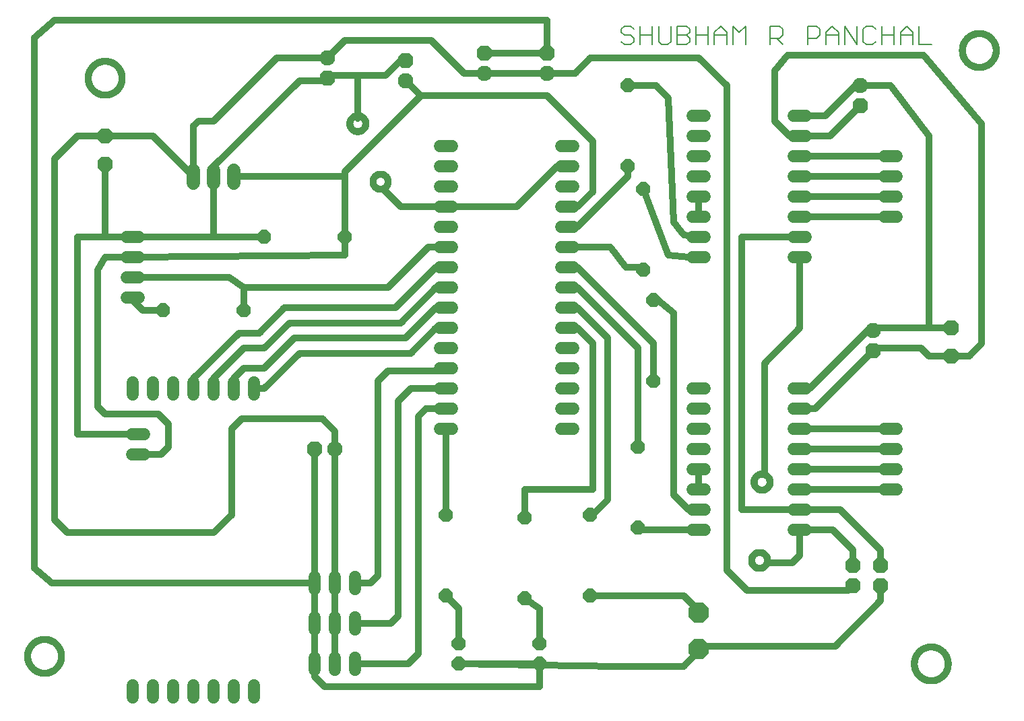
<source format=gbl>
G75*
%MOIN*%
%OFA0B0*%
%FSLAX25Y25*%
%IPPOS*%
%LPD*%
%AMOC8*
5,1,8,0,0,1.08239X$1,22.5*
%
%ADD10C,0.00800*%
%ADD11C,0.03200*%
%ADD12C,0.06000*%
%ADD13OC8,0.07600*%
%ADD14C,0.07600*%
%ADD15OC8,0.07000*%
%ADD16OC8,0.10000*%
%ADD17C,0.06600*%
D10*
X0297920Y0335232D02*
X0296385Y0336767D01*
X0297920Y0335232D02*
X0300989Y0335232D01*
X0302524Y0336767D01*
X0302524Y0338302D01*
X0300989Y0339836D01*
X0297920Y0339836D01*
X0296385Y0341371D01*
X0296385Y0342906D01*
X0297920Y0344440D01*
X0300989Y0344440D01*
X0302524Y0342906D01*
X0305593Y0344440D02*
X0305593Y0335232D01*
X0311732Y0335232D02*
X0311732Y0344440D01*
X0314801Y0344440D02*
X0314801Y0336767D01*
X0316336Y0335232D01*
X0319405Y0335232D01*
X0320940Y0336767D01*
X0320940Y0344440D01*
X0324009Y0344440D02*
X0328613Y0344440D01*
X0330147Y0342906D01*
X0330147Y0341371D01*
X0328613Y0339836D01*
X0324009Y0339836D01*
X0324009Y0335232D02*
X0324009Y0344440D01*
X0328613Y0339836D02*
X0330147Y0338302D01*
X0330147Y0336767D01*
X0328613Y0335232D01*
X0324009Y0335232D01*
X0333217Y0335232D02*
X0333217Y0344440D01*
X0333217Y0339836D02*
X0339355Y0339836D01*
X0342425Y0339836D02*
X0348563Y0339836D01*
X0348563Y0341371D02*
X0348563Y0335232D01*
X0351632Y0335232D02*
X0351632Y0344440D01*
X0354702Y0341371D01*
X0357771Y0344440D01*
X0357771Y0335232D01*
X0348563Y0341371D02*
X0345494Y0344440D01*
X0342425Y0341371D01*
X0342425Y0335232D01*
X0339355Y0335232D02*
X0339355Y0344440D01*
X0311732Y0339836D02*
X0305593Y0339836D01*
X0370048Y0338302D02*
X0374652Y0338302D01*
X0376187Y0339836D01*
X0376187Y0342906D01*
X0374652Y0344440D01*
X0370048Y0344440D01*
X0370048Y0335232D01*
X0373117Y0338302D02*
X0376187Y0335232D01*
X0388464Y0335232D02*
X0388464Y0344440D01*
X0393068Y0344440D01*
X0394602Y0342906D01*
X0394602Y0339836D01*
X0393068Y0338302D01*
X0388464Y0338302D01*
X0397672Y0339836D02*
X0403810Y0339836D01*
X0403810Y0341371D02*
X0403810Y0335232D01*
X0406880Y0335232D02*
X0406880Y0344440D01*
X0413018Y0335232D01*
X0413018Y0344440D01*
X0416087Y0342906D02*
X0416087Y0336767D01*
X0417622Y0335232D01*
X0420691Y0335232D01*
X0422226Y0336767D01*
X0425295Y0335232D02*
X0425295Y0344440D01*
X0422226Y0342906D02*
X0420691Y0344440D01*
X0417622Y0344440D01*
X0416087Y0342906D01*
X0425295Y0339836D02*
X0431434Y0339836D01*
X0434503Y0339836D02*
X0440642Y0339836D01*
X0440642Y0341371D02*
X0440642Y0335232D01*
X0443711Y0335232D02*
X0449850Y0335232D01*
X0443711Y0335232D02*
X0443711Y0344440D01*
X0440642Y0341371D02*
X0437572Y0344440D01*
X0434503Y0341371D01*
X0434503Y0335232D01*
X0431434Y0335232D02*
X0431434Y0344440D01*
X0403810Y0341371D02*
X0400741Y0344440D01*
X0397672Y0341371D01*
X0397672Y0335232D01*
D11*
X0002600Y0032332D02*
X0002603Y0032538D01*
X0002610Y0032743D01*
X0002623Y0032949D01*
X0002640Y0033154D01*
X0002663Y0033358D01*
X0002691Y0033562D01*
X0002723Y0033766D01*
X0002761Y0033968D01*
X0002804Y0034169D01*
X0002851Y0034369D01*
X0002904Y0034568D01*
X0002961Y0034766D01*
X0003023Y0034962D01*
X0003090Y0035157D01*
X0003162Y0035350D01*
X0003238Y0035541D01*
X0003319Y0035730D01*
X0003405Y0035917D01*
X0003495Y0036102D01*
X0003590Y0036285D01*
X0003689Y0036465D01*
X0003793Y0036643D01*
X0003901Y0036818D01*
X0004013Y0036990D01*
X0004130Y0037160D01*
X0004250Y0037327D01*
X0004375Y0037491D01*
X0004503Y0037651D01*
X0004636Y0037809D01*
X0004772Y0037963D01*
X0004912Y0038114D01*
X0005056Y0038261D01*
X0005203Y0038405D01*
X0005354Y0038545D01*
X0005508Y0038681D01*
X0005666Y0038814D01*
X0005826Y0038942D01*
X0005990Y0039067D01*
X0006157Y0039187D01*
X0006327Y0039304D01*
X0006499Y0039416D01*
X0006674Y0039524D01*
X0006852Y0039628D01*
X0007032Y0039727D01*
X0007215Y0039822D01*
X0007400Y0039912D01*
X0007587Y0039998D01*
X0007776Y0040079D01*
X0007967Y0040155D01*
X0008160Y0040227D01*
X0008355Y0040294D01*
X0008551Y0040356D01*
X0008749Y0040413D01*
X0008948Y0040466D01*
X0009148Y0040513D01*
X0009349Y0040556D01*
X0009551Y0040594D01*
X0009755Y0040626D01*
X0009959Y0040654D01*
X0010163Y0040677D01*
X0010368Y0040694D01*
X0010574Y0040707D01*
X0010779Y0040714D01*
X0010985Y0040717D01*
X0011191Y0040714D01*
X0011396Y0040707D01*
X0011602Y0040694D01*
X0011807Y0040677D01*
X0012011Y0040654D01*
X0012215Y0040626D01*
X0012419Y0040594D01*
X0012621Y0040556D01*
X0012822Y0040513D01*
X0013022Y0040466D01*
X0013221Y0040413D01*
X0013419Y0040356D01*
X0013615Y0040294D01*
X0013810Y0040227D01*
X0014003Y0040155D01*
X0014194Y0040079D01*
X0014383Y0039998D01*
X0014570Y0039912D01*
X0014755Y0039822D01*
X0014938Y0039727D01*
X0015118Y0039628D01*
X0015296Y0039524D01*
X0015471Y0039416D01*
X0015643Y0039304D01*
X0015813Y0039187D01*
X0015980Y0039067D01*
X0016144Y0038942D01*
X0016304Y0038814D01*
X0016462Y0038681D01*
X0016616Y0038545D01*
X0016767Y0038405D01*
X0016914Y0038261D01*
X0017058Y0038114D01*
X0017198Y0037963D01*
X0017334Y0037809D01*
X0017467Y0037651D01*
X0017595Y0037491D01*
X0017720Y0037327D01*
X0017840Y0037160D01*
X0017957Y0036990D01*
X0018069Y0036818D01*
X0018177Y0036643D01*
X0018281Y0036465D01*
X0018380Y0036285D01*
X0018475Y0036102D01*
X0018565Y0035917D01*
X0018651Y0035730D01*
X0018732Y0035541D01*
X0018808Y0035350D01*
X0018880Y0035157D01*
X0018947Y0034962D01*
X0019009Y0034766D01*
X0019066Y0034568D01*
X0019119Y0034369D01*
X0019166Y0034169D01*
X0019209Y0033968D01*
X0019247Y0033766D01*
X0019279Y0033562D01*
X0019307Y0033358D01*
X0019330Y0033154D01*
X0019347Y0032949D01*
X0019360Y0032743D01*
X0019367Y0032538D01*
X0019370Y0032332D01*
X0019367Y0032126D01*
X0019360Y0031921D01*
X0019347Y0031715D01*
X0019330Y0031510D01*
X0019307Y0031306D01*
X0019279Y0031102D01*
X0019247Y0030898D01*
X0019209Y0030696D01*
X0019166Y0030495D01*
X0019119Y0030295D01*
X0019066Y0030096D01*
X0019009Y0029898D01*
X0018947Y0029702D01*
X0018880Y0029507D01*
X0018808Y0029314D01*
X0018732Y0029123D01*
X0018651Y0028934D01*
X0018565Y0028747D01*
X0018475Y0028562D01*
X0018380Y0028379D01*
X0018281Y0028199D01*
X0018177Y0028021D01*
X0018069Y0027846D01*
X0017957Y0027674D01*
X0017840Y0027504D01*
X0017720Y0027337D01*
X0017595Y0027173D01*
X0017467Y0027013D01*
X0017334Y0026855D01*
X0017198Y0026701D01*
X0017058Y0026550D01*
X0016914Y0026403D01*
X0016767Y0026259D01*
X0016616Y0026119D01*
X0016462Y0025983D01*
X0016304Y0025850D01*
X0016144Y0025722D01*
X0015980Y0025597D01*
X0015813Y0025477D01*
X0015643Y0025360D01*
X0015471Y0025248D01*
X0015296Y0025140D01*
X0015118Y0025036D01*
X0014938Y0024937D01*
X0014755Y0024842D01*
X0014570Y0024752D01*
X0014383Y0024666D01*
X0014194Y0024585D01*
X0014003Y0024509D01*
X0013810Y0024437D01*
X0013615Y0024370D01*
X0013419Y0024308D01*
X0013221Y0024251D01*
X0013022Y0024198D01*
X0012822Y0024151D01*
X0012621Y0024108D01*
X0012419Y0024070D01*
X0012215Y0024038D01*
X0012011Y0024010D01*
X0011807Y0023987D01*
X0011602Y0023970D01*
X0011396Y0023957D01*
X0011191Y0023950D01*
X0010985Y0023947D01*
X0010779Y0023950D01*
X0010574Y0023957D01*
X0010368Y0023970D01*
X0010163Y0023987D01*
X0009959Y0024010D01*
X0009755Y0024038D01*
X0009551Y0024070D01*
X0009349Y0024108D01*
X0009148Y0024151D01*
X0008948Y0024198D01*
X0008749Y0024251D01*
X0008551Y0024308D01*
X0008355Y0024370D01*
X0008160Y0024437D01*
X0007967Y0024509D01*
X0007776Y0024585D01*
X0007587Y0024666D01*
X0007400Y0024752D01*
X0007215Y0024842D01*
X0007032Y0024937D01*
X0006852Y0025036D01*
X0006674Y0025140D01*
X0006499Y0025248D01*
X0006327Y0025360D01*
X0006157Y0025477D01*
X0005990Y0025597D01*
X0005826Y0025722D01*
X0005666Y0025850D01*
X0005508Y0025983D01*
X0005354Y0026119D01*
X0005203Y0026259D01*
X0005056Y0026403D01*
X0004912Y0026550D01*
X0004772Y0026701D01*
X0004636Y0026855D01*
X0004503Y0027013D01*
X0004375Y0027173D01*
X0004250Y0027337D01*
X0004130Y0027504D01*
X0004013Y0027674D01*
X0003901Y0027846D01*
X0003793Y0028021D01*
X0003689Y0028199D01*
X0003590Y0028379D01*
X0003495Y0028562D01*
X0003405Y0028747D01*
X0003319Y0028934D01*
X0003238Y0029123D01*
X0003162Y0029314D01*
X0003090Y0029507D01*
X0003023Y0029702D01*
X0002961Y0029898D01*
X0002904Y0030096D01*
X0002851Y0030295D01*
X0002804Y0030495D01*
X0002761Y0030696D01*
X0002723Y0030898D01*
X0002691Y0031102D01*
X0002663Y0031306D01*
X0002640Y0031510D01*
X0002623Y0031715D01*
X0002610Y0031921D01*
X0002603Y0032126D01*
X0002600Y0032332D01*
X0014735Y0068582D02*
X0144735Y0068582D01*
X0144735Y0134832D01*
X0154735Y0134832D02*
X0154735Y0143582D01*
X0148485Y0149832D01*
X0108485Y0149832D01*
X0103485Y0144832D01*
X0103485Y0102332D01*
X0094735Y0093582D01*
X0022235Y0093582D01*
X0015985Y0099832D01*
X0015985Y0278582D01*
X0027235Y0289832D01*
X0040985Y0289832D01*
X0064735Y0289832D01*
X0084735Y0269832D01*
X0084735Y0294832D01*
X0087235Y0297332D01*
X0094735Y0297332D01*
X0125985Y0328582D01*
X0150985Y0328582D01*
X0159735Y0337332D01*
X0202235Y0337332D01*
X0218485Y0321082D01*
X0228485Y0321082D01*
X0259735Y0321082D01*
X0273485Y0321082D01*
X0280985Y0328582D01*
X0334735Y0328582D01*
X0348485Y0314832D01*
X0348485Y0074832D01*
X0358485Y0064832D01*
X0408485Y0064832D01*
X0410985Y0067332D01*
X0410985Y0077332D02*
X0410985Y0084832D01*
X0400985Y0094832D01*
X0384735Y0094832D01*
X0384735Y0082332D01*
X0380985Y0078582D01*
X0368485Y0078582D01*
X0360782Y0079832D02*
X0360784Y0079957D01*
X0360790Y0080083D01*
X0360800Y0080208D01*
X0360814Y0080332D01*
X0360832Y0080457D01*
X0360853Y0080580D01*
X0360879Y0080703D01*
X0360909Y0080825D01*
X0360942Y0080946D01*
X0360979Y0081065D01*
X0361020Y0081184D01*
X0361065Y0081301D01*
X0361114Y0081417D01*
X0361166Y0081531D01*
X0361221Y0081643D01*
X0361281Y0081754D01*
X0361343Y0081863D01*
X0361410Y0081969D01*
X0361479Y0082074D01*
X0361552Y0082176D01*
X0361628Y0082276D01*
X0361707Y0082373D01*
X0361789Y0082468D01*
X0361874Y0082560D01*
X0361962Y0082649D01*
X0362053Y0082736D01*
X0362146Y0082819D01*
X0362242Y0082900D01*
X0362341Y0082978D01*
X0362442Y0083052D01*
X0362545Y0083123D01*
X0362651Y0083191D01*
X0362759Y0083255D01*
X0362868Y0083316D01*
X0362980Y0083374D01*
X0363093Y0083428D01*
X0363208Y0083478D01*
X0363324Y0083525D01*
X0363442Y0083568D01*
X0363561Y0083607D01*
X0363682Y0083642D01*
X0363803Y0083674D01*
X0363925Y0083701D01*
X0364049Y0083725D01*
X0364172Y0083745D01*
X0364297Y0083761D01*
X0364422Y0083773D01*
X0364547Y0083781D01*
X0364672Y0083785D01*
X0364798Y0083785D01*
X0364923Y0083781D01*
X0365048Y0083773D01*
X0365173Y0083761D01*
X0365298Y0083745D01*
X0365421Y0083725D01*
X0365545Y0083701D01*
X0365667Y0083674D01*
X0365788Y0083642D01*
X0365909Y0083607D01*
X0366028Y0083568D01*
X0366146Y0083525D01*
X0366262Y0083478D01*
X0366377Y0083428D01*
X0366490Y0083374D01*
X0366602Y0083316D01*
X0366712Y0083255D01*
X0366819Y0083191D01*
X0366925Y0083123D01*
X0367028Y0083052D01*
X0367129Y0082978D01*
X0367228Y0082900D01*
X0367324Y0082819D01*
X0367417Y0082736D01*
X0367508Y0082649D01*
X0367596Y0082560D01*
X0367681Y0082468D01*
X0367763Y0082373D01*
X0367842Y0082276D01*
X0367918Y0082176D01*
X0367991Y0082074D01*
X0368060Y0081969D01*
X0368127Y0081863D01*
X0368189Y0081754D01*
X0368249Y0081643D01*
X0368304Y0081531D01*
X0368356Y0081417D01*
X0368405Y0081301D01*
X0368450Y0081184D01*
X0368491Y0081065D01*
X0368528Y0080946D01*
X0368561Y0080825D01*
X0368591Y0080703D01*
X0368617Y0080580D01*
X0368638Y0080457D01*
X0368656Y0080332D01*
X0368670Y0080208D01*
X0368680Y0080083D01*
X0368686Y0079957D01*
X0368688Y0079832D01*
X0368686Y0079707D01*
X0368680Y0079581D01*
X0368670Y0079456D01*
X0368656Y0079332D01*
X0368638Y0079207D01*
X0368617Y0079084D01*
X0368591Y0078961D01*
X0368561Y0078839D01*
X0368528Y0078718D01*
X0368491Y0078599D01*
X0368450Y0078480D01*
X0368405Y0078363D01*
X0368356Y0078247D01*
X0368304Y0078133D01*
X0368249Y0078021D01*
X0368189Y0077910D01*
X0368127Y0077801D01*
X0368060Y0077695D01*
X0367991Y0077590D01*
X0367918Y0077488D01*
X0367842Y0077388D01*
X0367763Y0077291D01*
X0367681Y0077196D01*
X0367596Y0077104D01*
X0367508Y0077015D01*
X0367417Y0076928D01*
X0367324Y0076845D01*
X0367228Y0076764D01*
X0367129Y0076686D01*
X0367028Y0076612D01*
X0366925Y0076541D01*
X0366819Y0076473D01*
X0366711Y0076409D01*
X0366602Y0076348D01*
X0366490Y0076290D01*
X0366377Y0076236D01*
X0366262Y0076186D01*
X0366146Y0076139D01*
X0366028Y0076096D01*
X0365909Y0076057D01*
X0365788Y0076022D01*
X0365667Y0075990D01*
X0365545Y0075963D01*
X0365421Y0075939D01*
X0365298Y0075919D01*
X0365173Y0075903D01*
X0365048Y0075891D01*
X0364923Y0075883D01*
X0364798Y0075879D01*
X0364672Y0075879D01*
X0364547Y0075883D01*
X0364422Y0075891D01*
X0364297Y0075903D01*
X0364172Y0075919D01*
X0364049Y0075939D01*
X0363925Y0075963D01*
X0363803Y0075990D01*
X0363682Y0076022D01*
X0363561Y0076057D01*
X0363442Y0076096D01*
X0363324Y0076139D01*
X0363208Y0076186D01*
X0363093Y0076236D01*
X0362980Y0076290D01*
X0362868Y0076348D01*
X0362758Y0076409D01*
X0362651Y0076473D01*
X0362545Y0076541D01*
X0362442Y0076612D01*
X0362341Y0076686D01*
X0362242Y0076764D01*
X0362146Y0076845D01*
X0362053Y0076928D01*
X0361962Y0077015D01*
X0361874Y0077104D01*
X0361789Y0077196D01*
X0361707Y0077291D01*
X0361628Y0077388D01*
X0361552Y0077488D01*
X0361479Y0077590D01*
X0361410Y0077695D01*
X0361343Y0077801D01*
X0361281Y0077910D01*
X0361221Y0078021D01*
X0361166Y0078133D01*
X0361114Y0078247D01*
X0361065Y0078363D01*
X0361020Y0078480D01*
X0360979Y0078599D01*
X0360942Y0078718D01*
X0360909Y0078839D01*
X0360879Y0078961D01*
X0360853Y0079084D01*
X0360832Y0079207D01*
X0360814Y0079332D01*
X0360800Y0079456D01*
X0360790Y0079581D01*
X0360784Y0079707D01*
X0360782Y0079832D01*
X0334735Y0094832D02*
X0304735Y0094832D01*
X0304735Y0096082D01*
X0289735Y0109832D02*
X0289735Y0189832D01*
X0274735Y0204832D01*
X0269735Y0204832D01*
X0269735Y0194832D02*
X0274735Y0194832D01*
X0282235Y0187332D01*
X0282235Y0114832D01*
X0248485Y0114832D01*
X0248485Y0101082D01*
X0280985Y0102332D02*
X0282235Y0102332D01*
X0289735Y0109832D01*
X0304735Y0136082D02*
X0304735Y0184832D01*
X0274735Y0214832D01*
X0269735Y0214832D01*
X0269735Y0224832D02*
X0274735Y0224832D01*
X0312235Y0187332D01*
X0312235Y0168582D01*
X0322235Y0202332D02*
X0322235Y0112332D01*
X0329735Y0104832D01*
X0334735Y0104832D01*
X0334735Y0114832D02*
X0334735Y0124832D01*
X0355985Y0104832D02*
X0384735Y0104832D01*
X0404735Y0104832D01*
X0424735Y0084832D01*
X0424735Y0077332D01*
X0424735Y0067332D02*
X0424735Y0059832D01*
X0402235Y0037332D01*
X0334735Y0037332D01*
X0334735Y0035832D01*
X0334735Y0034832D01*
X0327235Y0027332D01*
X0294735Y0027332D01*
X0215985Y0028582D01*
X0255985Y0028582D01*
X0255985Y0017332D01*
X0149735Y0017332D01*
X0144735Y0022332D01*
X0144735Y0028582D01*
X0144735Y0048582D01*
X0144735Y0068582D01*
X0154735Y0068582D02*
X0154735Y0134832D01*
X0185985Y0158582D02*
X0185985Y0052332D01*
X0182235Y0048582D01*
X0164735Y0048582D01*
X0154735Y0048582D02*
X0154735Y0068582D01*
X0164735Y0068582D02*
X0172235Y0068582D01*
X0175985Y0072332D01*
X0175985Y0168582D01*
X0180985Y0173582D01*
X0208485Y0173582D01*
X0209735Y0174832D01*
X0209735Y0164832D02*
X0192235Y0164832D01*
X0185985Y0158582D01*
X0195985Y0151082D02*
X0199735Y0154832D01*
X0209735Y0154832D01*
X0209735Y0144832D02*
X0209735Y0102332D01*
X0209735Y0062332D02*
X0215985Y0056082D01*
X0215985Y0038582D01*
X0195985Y0033582D02*
X0195985Y0151082D01*
X0192235Y0182332D02*
X0204735Y0194832D01*
X0209735Y0194832D01*
X0209735Y0204832D02*
X0204735Y0204832D01*
X0189735Y0189832D01*
X0134735Y0189832D01*
X0119735Y0174832D01*
X0109735Y0174832D01*
X0104735Y0169832D01*
X0104735Y0164832D01*
X0094735Y0164832D02*
X0094735Y0169832D01*
X0109735Y0184832D01*
X0119735Y0184832D01*
X0132235Y0197332D01*
X0187235Y0197332D01*
X0204735Y0214832D01*
X0209735Y0214832D01*
X0209735Y0224832D02*
X0204735Y0224832D01*
X0184735Y0204832D01*
X0129735Y0204832D01*
X0117235Y0192332D01*
X0107235Y0192332D01*
X0084735Y0169832D01*
X0084735Y0164832D01*
X0067235Y0152332D02*
X0072235Y0147332D01*
X0072235Y0136082D01*
X0068485Y0132332D01*
X0057235Y0132332D01*
X0057235Y0142332D02*
X0027235Y0142332D01*
X0027235Y0239832D01*
X0039735Y0239832D01*
X0040985Y0241082D01*
X0040985Y0276082D01*
X0039735Y0239832D02*
X0054735Y0239832D01*
X0094735Y0239832D01*
X0094735Y0269832D01*
X0094735Y0274832D01*
X0137235Y0317332D01*
X0149735Y0317332D01*
X0150985Y0318582D01*
X0152235Y0319832D01*
X0165985Y0319832D01*
X0165985Y0298582D01*
X0162032Y0296082D02*
X0162034Y0296207D01*
X0162040Y0296333D01*
X0162050Y0296458D01*
X0162064Y0296582D01*
X0162082Y0296707D01*
X0162103Y0296830D01*
X0162129Y0296953D01*
X0162159Y0297075D01*
X0162192Y0297196D01*
X0162229Y0297315D01*
X0162270Y0297434D01*
X0162315Y0297551D01*
X0162364Y0297667D01*
X0162416Y0297781D01*
X0162471Y0297893D01*
X0162531Y0298004D01*
X0162593Y0298113D01*
X0162660Y0298219D01*
X0162729Y0298324D01*
X0162802Y0298426D01*
X0162878Y0298526D01*
X0162957Y0298623D01*
X0163039Y0298718D01*
X0163124Y0298810D01*
X0163212Y0298899D01*
X0163303Y0298986D01*
X0163396Y0299069D01*
X0163492Y0299150D01*
X0163591Y0299228D01*
X0163692Y0299302D01*
X0163795Y0299373D01*
X0163901Y0299441D01*
X0164009Y0299505D01*
X0164118Y0299566D01*
X0164230Y0299624D01*
X0164343Y0299678D01*
X0164458Y0299728D01*
X0164574Y0299775D01*
X0164692Y0299818D01*
X0164811Y0299857D01*
X0164932Y0299892D01*
X0165053Y0299924D01*
X0165175Y0299951D01*
X0165299Y0299975D01*
X0165422Y0299995D01*
X0165547Y0300011D01*
X0165672Y0300023D01*
X0165797Y0300031D01*
X0165922Y0300035D01*
X0166048Y0300035D01*
X0166173Y0300031D01*
X0166298Y0300023D01*
X0166423Y0300011D01*
X0166548Y0299995D01*
X0166671Y0299975D01*
X0166795Y0299951D01*
X0166917Y0299924D01*
X0167038Y0299892D01*
X0167159Y0299857D01*
X0167278Y0299818D01*
X0167396Y0299775D01*
X0167512Y0299728D01*
X0167627Y0299678D01*
X0167740Y0299624D01*
X0167852Y0299566D01*
X0167962Y0299505D01*
X0168069Y0299441D01*
X0168175Y0299373D01*
X0168278Y0299302D01*
X0168379Y0299228D01*
X0168478Y0299150D01*
X0168574Y0299069D01*
X0168667Y0298986D01*
X0168758Y0298899D01*
X0168846Y0298810D01*
X0168931Y0298718D01*
X0169013Y0298623D01*
X0169092Y0298526D01*
X0169168Y0298426D01*
X0169241Y0298324D01*
X0169310Y0298219D01*
X0169377Y0298113D01*
X0169439Y0298004D01*
X0169499Y0297893D01*
X0169554Y0297781D01*
X0169606Y0297667D01*
X0169655Y0297551D01*
X0169700Y0297434D01*
X0169741Y0297315D01*
X0169778Y0297196D01*
X0169811Y0297075D01*
X0169841Y0296953D01*
X0169867Y0296830D01*
X0169888Y0296707D01*
X0169906Y0296582D01*
X0169920Y0296458D01*
X0169930Y0296333D01*
X0169936Y0296207D01*
X0169938Y0296082D01*
X0169936Y0295957D01*
X0169930Y0295831D01*
X0169920Y0295706D01*
X0169906Y0295582D01*
X0169888Y0295457D01*
X0169867Y0295334D01*
X0169841Y0295211D01*
X0169811Y0295089D01*
X0169778Y0294968D01*
X0169741Y0294849D01*
X0169700Y0294730D01*
X0169655Y0294613D01*
X0169606Y0294497D01*
X0169554Y0294383D01*
X0169499Y0294271D01*
X0169439Y0294160D01*
X0169377Y0294051D01*
X0169310Y0293945D01*
X0169241Y0293840D01*
X0169168Y0293738D01*
X0169092Y0293638D01*
X0169013Y0293541D01*
X0168931Y0293446D01*
X0168846Y0293354D01*
X0168758Y0293265D01*
X0168667Y0293178D01*
X0168574Y0293095D01*
X0168478Y0293014D01*
X0168379Y0292936D01*
X0168278Y0292862D01*
X0168175Y0292791D01*
X0168069Y0292723D01*
X0167961Y0292659D01*
X0167852Y0292598D01*
X0167740Y0292540D01*
X0167627Y0292486D01*
X0167512Y0292436D01*
X0167396Y0292389D01*
X0167278Y0292346D01*
X0167159Y0292307D01*
X0167038Y0292272D01*
X0166917Y0292240D01*
X0166795Y0292213D01*
X0166671Y0292189D01*
X0166548Y0292169D01*
X0166423Y0292153D01*
X0166298Y0292141D01*
X0166173Y0292133D01*
X0166048Y0292129D01*
X0165922Y0292129D01*
X0165797Y0292133D01*
X0165672Y0292141D01*
X0165547Y0292153D01*
X0165422Y0292169D01*
X0165299Y0292189D01*
X0165175Y0292213D01*
X0165053Y0292240D01*
X0164932Y0292272D01*
X0164811Y0292307D01*
X0164692Y0292346D01*
X0164574Y0292389D01*
X0164458Y0292436D01*
X0164343Y0292486D01*
X0164230Y0292540D01*
X0164118Y0292598D01*
X0164008Y0292659D01*
X0163901Y0292723D01*
X0163795Y0292791D01*
X0163692Y0292862D01*
X0163591Y0292936D01*
X0163492Y0293014D01*
X0163396Y0293095D01*
X0163303Y0293178D01*
X0163212Y0293265D01*
X0163124Y0293354D01*
X0163039Y0293446D01*
X0162957Y0293541D01*
X0162878Y0293638D01*
X0162802Y0293738D01*
X0162729Y0293840D01*
X0162660Y0293945D01*
X0162593Y0294051D01*
X0162531Y0294160D01*
X0162471Y0294271D01*
X0162416Y0294383D01*
X0162364Y0294497D01*
X0162315Y0294613D01*
X0162270Y0294730D01*
X0162229Y0294849D01*
X0162192Y0294968D01*
X0162159Y0295089D01*
X0162129Y0295211D01*
X0162103Y0295334D01*
X0162082Y0295457D01*
X0162064Y0295582D01*
X0162050Y0295706D01*
X0162040Y0295831D01*
X0162034Y0295957D01*
X0162032Y0296082D01*
X0189735Y0317332D02*
X0197235Y0309832D01*
X0159735Y0272332D01*
X0159735Y0269832D01*
X0104735Y0269832D01*
X0094735Y0239832D02*
X0119735Y0239832D01*
X0102235Y0219832D02*
X0054735Y0219832D01*
X0054735Y0209832D02*
X0054735Y0208582D01*
X0059735Y0203582D01*
X0069735Y0203582D01*
X0054735Y0229832D02*
X0040985Y0229832D01*
X0037235Y0223582D01*
X0037235Y0156082D01*
X0040985Y0152332D01*
X0067235Y0152332D01*
X0114735Y0164832D02*
X0119735Y0164832D01*
X0137235Y0182332D01*
X0192235Y0182332D01*
X0180985Y0214832D02*
X0200985Y0234832D01*
X0209735Y0234832D01*
X0209735Y0254832D02*
X0187235Y0254832D01*
X0178485Y0263582D01*
X0173485Y0267332D02*
X0173487Y0267454D01*
X0173493Y0267576D01*
X0173503Y0267698D01*
X0173517Y0267819D01*
X0173535Y0267940D01*
X0173556Y0268060D01*
X0173582Y0268179D01*
X0173611Y0268298D01*
X0173645Y0268415D01*
X0173682Y0268531D01*
X0173723Y0268646D01*
X0173768Y0268760D01*
X0173816Y0268872D01*
X0173868Y0268983D01*
X0173923Y0269091D01*
X0173982Y0269198D01*
X0174045Y0269303D01*
X0174111Y0269406D01*
X0174180Y0269506D01*
X0174252Y0269605D01*
X0174328Y0269701D01*
X0174406Y0269794D01*
X0174488Y0269885D01*
X0174573Y0269973D01*
X0174660Y0270058D01*
X0174750Y0270140D01*
X0174843Y0270220D01*
X0174938Y0270296D01*
X0175036Y0270369D01*
X0175136Y0270439D01*
X0175238Y0270506D01*
X0175342Y0270569D01*
X0175449Y0270629D01*
X0175557Y0270686D01*
X0175667Y0270738D01*
X0175779Y0270788D01*
X0175892Y0270833D01*
X0176007Y0270875D01*
X0176123Y0270913D01*
X0176240Y0270948D01*
X0176358Y0270978D01*
X0176477Y0271005D01*
X0176597Y0271027D01*
X0176718Y0271046D01*
X0176839Y0271061D01*
X0176961Y0271072D01*
X0177082Y0271079D01*
X0177204Y0271082D01*
X0177327Y0271081D01*
X0177449Y0271076D01*
X0177570Y0271067D01*
X0177692Y0271054D01*
X0177813Y0271037D01*
X0177933Y0271016D01*
X0178052Y0270992D01*
X0178171Y0270963D01*
X0178289Y0270931D01*
X0178405Y0270895D01*
X0178521Y0270855D01*
X0178635Y0270811D01*
X0178747Y0270764D01*
X0178858Y0270713D01*
X0178967Y0270658D01*
X0179075Y0270600D01*
X0179180Y0270538D01*
X0179283Y0270473D01*
X0179385Y0270405D01*
X0179483Y0270333D01*
X0179580Y0270258D01*
X0179674Y0270181D01*
X0179765Y0270100D01*
X0179854Y0270016D01*
X0179940Y0269929D01*
X0180023Y0269840D01*
X0180103Y0269748D01*
X0180180Y0269653D01*
X0180254Y0269556D01*
X0180325Y0269456D01*
X0180393Y0269355D01*
X0180457Y0269251D01*
X0180518Y0269145D01*
X0180575Y0269037D01*
X0180629Y0268928D01*
X0180679Y0268816D01*
X0180725Y0268703D01*
X0180768Y0268589D01*
X0180807Y0268473D01*
X0180842Y0268357D01*
X0180874Y0268239D01*
X0180901Y0268120D01*
X0180925Y0268000D01*
X0180945Y0267879D01*
X0180961Y0267758D01*
X0180973Y0267637D01*
X0180981Y0267515D01*
X0180985Y0267393D01*
X0180985Y0267271D01*
X0180981Y0267149D01*
X0180973Y0267027D01*
X0180961Y0266906D01*
X0180945Y0266785D01*
X0180925Y0266664D01*
X0180901Y0266544D01*
X0180874Y0266425D01*
X0180842Y0266307D01*
X0180807Y0266191D01*
X0180768Y0266075D01*
X0180725Y0265961D01*
X0180679Y0265848D01*
X0180629Y0265736D01*
X0180575Y0265627D01*
X0180518Y0265519D01*
X0180457Y0265413D01*
X0180393Y0265309D01*
X0180325Y0265208D01*
X0180254Y0265108D01*
X0180180Y0265011D01*
X0180103Y0264916D01*
X0180023Y0264824D01*
X0179940Y0264735D01*
X0179854Y0264648D01*
X0179765Y0264564D01*
X0179674Y0264483D01*
X0179580Y0264406D01*
X0179483Y0264331D01*
X0179385Y0264259D01*
X0179283Y0264191D01*
X0179180Y0264126D01*
X0179075Y0264064D01*
X0178967Y0264006D01*
X0178858Y0263951D01*
X0178747Y0263900D01*
X0178635Y0263853D01*
X0178521Y0263809D01*
X0178405Y0263769D01*
X0178289Y0263733D01*
X0178171Y0263701D01*
X0178052Y0263672D01*
X0177933Y0263648D01*
X0177813Y0263627D01*
X0177692Y0263610D01*
X0177570Y0263597D01*
X0177449Y0263588D01*
X0177327Y0263583D01*
X0177204Y0263582D01*
X0177082Y0263585D01*
X0176961Y0263592D01*
X0176839Y0263603D01*
X0176718Y0263618D01*
X0176597Y0263637D01*
X0176477Y0263659D01*
X0176358Y0263686D01*
X0176240Y0263716D01*
X0176123Y0263751D01*
X0176007Y0263789D01*
X0175892Y0263831D01*
X0175779Y0263876D01*
X0175667Y0263926D01*
X0175557Y0263978D01*
X0175449Y0264035D01*
X0175342Y0264095D01*
X0175238Y0264158D01*
X0175136Y0264225D01*
X0175036Y0264295D01*
X0174938Y0264368D01*
X0174843Y0264444D01*
X0174750Y0264524D01*
X0174660Y0264606D01*
X0174573Y0264691D01*
X0174488Y0264779D01*
X0174406Y0264870D01*
X0174328Y0264963D01*
X0174252Y0265059D01*
X0174180Y0265158D01*
X0174111Y0265258D01*
X0174045Y0265361D01*
X0173982Y0265466D01*
X0173923Y0265573D01*
X0173868Y0265681D01*
X0173816Y0265792D01*
X0173768Y0265904D01*
X0173723Y0266018D01*
X0173682Y0266133D01*
X0173645Y0266249D01*
X0173611Y0266366D01*
X0173582Y0266485D01*
X0173556Y0266604D01*
X0173535Y0266724D01*
X0173517Y0266845D01*
X0173503Y0266966D01*
X0173493Y0267088D01*
X0173487Y0267210D01*
X0173485Y0267332D01*
X0159735Y0269832D02*
X0159735Y0239832D01*
X0159735Y0231082D01*
X0054735Y0229832D01*
X0102235Y0219832D02*
X0109735Y0214832D01*
X0180985Y0214832D01*
X0209735Y0254832D02*
X0244735Y0254832D01*
X0264735Y0274832D01*
X0269735Y0274832D01*
X0282235Y0287332D02*
X0282235Y0262332D01*
X0274735Y0254832D01*
X0269735Y0254832D01*
X0269735Y0244832D02*
X0274735Y0244832D01*
X0299735Y0269832D01*
X0299735Y0274832D01*
X0307235Y0263582D02*
X0319735Y0231082D01*
X0329735Y0229832D01*
X0334735Y0229832D01*
X0334735Y0239832D02*
X0327235Y0241082D01*
X0322235Y0247332D01*
X0319735Y0308582D01*
X0313485Y0314832D01*
X0299735Y0314832D01*
X0282235Y0287332D02*
X0259735Y0309832D01*
X0197235Y0309832D01*
X0179735Y0319832D02*
X0165985Y0319832D01*
X0179735Y0319832D02*
X0187235Y0327332D01*
X0189735Y0327332D01*
X0228485Y0331082D02*
X0259735Y0331082D01*
X0259735Y0347332D01*
X0015985Y0347332D01*
X0005985Y0338582D01*
X0005985Y0076082D01*
X0014735Y0068582D01*
X0154735Y0048582D02*
X0154735Y0028582D01*
X0164735Y0028582D02*
X0190985Y0028582D01*
X0195985Y0033582D01*
X0248485Y0061082D02*
X0255985Y0056082D01*
X0255985Y0038582D01*
X0280985Y0062332D02*
X0327235Y0062332D01*
X0334735Y0054832D01*
X0334735Y0053832D01*
X0355985Y0104832D02*
X0355985Y0239832D01*
X0384735Y0239832D01*
X0384735Y0229832D02*
X0384735Y0194832D01*
X0367235Y0177332D01*
X0367235Y0122332D01*
X0362032Y0118582D02*
X0362034Y0118707D01*
X0362040Y0118833D01*
X0362050Y0118958D01*
X0362064Y0119082D01*
X0362082Y0119207D01*
X0362103Y0119330D01*
X0362129Y0119453D01*
X0362159Y0119575D01*
X0362192Y0119696D01*
X0362229Y0119815D01*
X0362270Y0119934D01*
X0362315Y0120051D01*
X0362364Y0120167D01*
X0362416Y0120281D01*
X0362471Y0120393D01*
X0362531Y0120504D01*
X0362593Y0120613D01*
X0362660Y0120719D01*
X0362729Y0120824D01*
X0362802Y0120926D01*
X0362878Y0121026D01*
X0362957Y0121123D01*
X0363039Y0121218D01*
X0363124Y0121310D01*
X0363212Y0121399D01*
X0363303Y0121486D01*
X0363396Y0121569D01*
X0363492Y0121650D01*
X0363591Y0121728D01*
X0363692Y0121802D01*
X0363795Y0121873D01*
X0363901Y0121941D01*
X0364009Y0122005D01*
X0364118Y0122066D01*
X0364230Y0122124D01*
X0364343Y0122178D01*
X0364458Y0122228D01*
X0364574Y0122275D01*
X0364692Y0122318D01*
X0364811Y0122357D01*
X0364932Y0122392D01*
X0365053Y0122424D01*
X0365175Y0122451D01*
X0365299Y0122475D01*
X0365422Y0122495D01*
X0365547Y0122511D01*
X0365672Y0122523D01*
X0365797Y0122531D01*
X0365922Y0122535D01*
X0366048Y0122535D01*
X0366173Y0122531D01*
X0366298Y0122523D01*
X0366423Y0122511D01*
X0366548Y0122495D01*
X0366671Y0122475D01*
X0366795Y0122451D01*
X0366917Y0122424D01*
X0367038Y0122392D01*
X0367159Y0122357D01*
X0367278Y0122318D01*
X0367396Y0122275D01*
X0367512Y0122228D01*
X0367627Y0122178D01*
X0367740Y0122124D01*
X0367852Y0122066D01*
X0367962Y0122005D01*
X0368069Y0121941D01*
X0368175Y0121873D01*
X0368278Y0121802D01*
X0368379Y0121728D01*
X0368478Y0121650D01*
X0368574Y0121569D01*
X0368667Y0121486D01*
X0368758Y0121399D01*
X0368846Y0121310D01*
X0368931Y0121218D01*
X0369013Y0121123D01*
X0369092Y0121026D01*
X0369168Y0120926D01*
X0369241Y0120824D01*
X0369310Y0120719D01*
X0369377Y0120613D01*
X0369439Y0120504D01*
X0369499Y0120393D01*
X0369554Y0120281D01*
X0369606Y0120167D01*
X0369655Y0120051D01*
X0369700Y0119934D01*
X0369741Y0119815D01*
X0369778Y0119696D01*
X0369811Y0119575D01*
X0369841Y0119453D01*
X0369867Y0119330D01*
X0369888Y0119207D01*
X0369906Y0119082D01*
X0369920Y0118958D01*
X0369930Y0118833D01*
X0369936Y0118707D01*
X0369938Y0118582D01*
X0369936Y0118457D01*
X0369930Y0118331D01*
X0369920Y0118206D01*
X0369906Y0118082D01*
X0369888Y0117957D01*
X0369867Y0117834D01*
X0369841Y0117711D01*
X0369811Y0117589D01*
X0369778Y0117468D01*
X0369741Y0117349D01*
X0369700Y0117230D01*
X0369655Y0117113D01*
X0369606Y0116997D01*
X0369554Y0116883D01*
X0369499Y0116771D01*
X0369439Y0116660D01*
X0369377Y0116551D01*
X0369310Y0116445D01*
X0369241Y0116340D01*
X0369168Y0116238D01*
X0369092Y0116138D01*
X0369013Y0116041D01*
X0368931Y0115946D01*
X0368846Y0115854D01*
X0368758Y0115765D01*
X0368667Y0115678D01*
X0368574Y0115595D01*
X0368478Y0115514D01*
X0368379Y0115436D01*
X0368278Y0115362D01*
X0368175Y0115291D01*
X0368069Y0115223D01*
X0367961Y0115159D01*
X0367852Y0115098D01*
X0367740Y0115040D01*
X0367627Y0114986D01*
X0367512Y0114936D01*
X0367396Y0114889D01*
X0367278Y0114846D01*
X0367159Y0114807D01*
X0367038Y0114772D01*
X0366917Y0114740D01*
X0366795Y0114713D01*
X0366671Y0114689D01*
X0366548Y0114669D01*
X0366423Y0114653D01*
X0366298Y0114641D01*
X0366173Y0114633D01*
X0366048Y0114629D01*
X0365922Y0114629D01*
X0365797Y0114633D01*
X0365672Y0114641D01*
X0365547Y0114653D01*
X0365422Y0114669D01*
X0365299Y0114689D01*
X0365175Y0114713D01*
X0365053Y0114740D01*
X0364932Y0114772D01*
X0364811Y0114807D01*
X0364692Y0114846D01*
X0364574Y0114889D01*
X0364458Y0114936D01*
X0364343Y0114986D01*
X0364230Y0115040D01*
X0364118Y0115098D01*
X0364008Y0115159D01*
X0363901Y0115223D01*
X0363795Y0115291D01*
X0363692Y0115362D01*
X0363591Y0115436D01*
X0363492Y0115514D01*
X0363396Y0115595D01*
X0363303Y0115678D01*
X0363212Y0115765D01*
X0363124Y0115854D01*
X0363039Y0115946D01*
X0362957Y0116041D01*
X0362878Y0116138D01*
X0362802Y0116238D01*
X0362729Y0116340D01*
X0362660Y0116445D01*
X0362593Y0116551D01*
X0362531Y0116660D01*
X0362471Y0116771D01*
X0362416Y0116883D01*
X0362364Y0116997D01*
X0362315Y0117113D01*
X0362270Y0117230D01*
X0362229Y0117349D01*
X0362192Y0117468D01*
X0362159Y0117589D01*
X0362129Y0117711D01*
X0362103Y0117834D01*
X0362082Y0117957D01*
X0362064Y0118082D01*
X0362050Y0118206D01*
X0362040Y0118331D01*
X0362034Y0118457D01*
X0362032Y0118582D01*
X0384735Y0114832D02*
X0429735Y0114832D01*
X0429735Y0124832D02*
X0384735Y0124832D01*
X0384735Y0134832D02*
X0429735Y0134832D01*
X0429735Y0144832D02*
X0384735Y0144832D01*
X0384735Y0154832D02*
X0392235Y0154832D01*
X0420985Y0183582D01*
X0422235Y0184832D01*
X0444735Y0184832D01*
X0448485Y0181082D01*
X0459735Y0181082D01*
X0468485Y0181082D01*
X0474735Y0187332D01*
X0474735Y0296082D01*
X0445985Y0329832D01*
X0378485Y0329832D01*
X0372235Y0322332D01*
X0372235Y0297332D01*
X0379735Y0289832D01*
X0384735Y0289832D01*
X0399735Y0289832D01*
X0414735Y0304832D01*
X0414735Y0314832D02*
X0429735Y0314832D01*
X0448485Y0289832D01*
X0448485Y0194832D01*
X0459735Y0194832D01*
X0448485Y0194832D02*
X0422235Y0194832D01*
X0420985Y0193582D01*
X0419735Y0194832D01*
X0389735Y0164832D01*
X0384735Y0164832D01*
X0322235Y0202332D02*
X0314735Y0208582D01*
X0312235Y0208582D01*
X0307235Y0223582D02*
X0307235Y0224832D01*
X0298485Y0224832D01*
X0290985Y0234832D01*
X0269735Y0234832D01*
X0334735Y0249832D02*
X0334735Y0259832D01*
X0384735Y0259832D02*
X0429735Y0259832D01*
X0429735Y0249832D02*
X0384735Y0249832D01*
X0384735Y0269832D02*
X0429735Y0269832D01*
X0429735Y0279832D02*
X0384735Y0279832D01*
X0384735Y0299832D02*
X0397235Y0299832D01*
X0412235Y0314832D01*
X0414735Y0314832D01*
X0465100Y0332332D02*
X0465103Y0332538D01*
X0465110Y0332743D01*
X0465123Y0332949D01*
X0465140Y0333154D01*
X0465163Y0333358D01*
X0465191Y0333562D01*
X0465223Y0333766D01*
X0465261Y0333968D01*
X0465304Y0334169D01*
X0465351Y0334369D01*
X0465404Y0334568D01*
X0465461Y0334766D01*
X0465523Y0334962D01*
X0465590Y0335157D01*
X0465662Y0335350D01*
X0465738Y0335541D01*
X0465819Y0335730D01*
X0465905Y0335917D01*
X0465995Y0336102D01*
X0466090Y0336285D01*
X0466189Y0336465D01*
X0466293Y0336643D01*
X0466401Y0336818D01*
X0466513Y0336990D01*
X0466630Y0337160D01*
X0466750Y0337327D01*
X0466875Y0337491D01*
X0467003Y0337651D01*
X0467136Y0337809D01*
X0467272Y0337963D01*
X0467412Y0338114D01*
X0467556Y0338261D01*
X0467703Y0338405D01*
X0467854Y0338545D01*
X0468008Y0338681D01*
X0468166Y0338814D01*
X0468326Y0338942D01*
X0468490Y0339067D01*
X0468657Y0339187D01*
X0468827Y0339304D01*
X0468999Y0339416D01*
X0469174Y0339524D01*
X0469352Y0339628D01*
X0469532Y0339727D01*
X0469715Y0339822D01*
X0469900Y0339912D01*
X0470087Y0339998D01*
X0470276Y0340079D01*
X0470467Y0340155D01*
X0470660Y0340227D01*
X0470855Y0340294D01*
X0471051Y0340356D01*
X0471249Y0340413D01*
X0471448Y0340466D01*
X0471648Y0340513D01*
X0471849Y0340556D01*
X0472051Y0340594D01*
X0472255Y0340626D01*
X0472459Y0340654D01*
X0472663Y0340677D01*
X0472868Y0340694D01*
X0473074Y0340707D01*
X0473279Y0340714D01*
X0473485Y0340717D01*
X0473691Y0340714D01*
X0473896Y0340707D01*
X0474102Y0340694D01*
X0474307Y0340677D01*
X0474511Y0340654D01*
X0474715Y0340626D01*
X0474919Y0340594D01*
X0475121Y0340556D01*
X0475322Y0340513D01*
X0475522Y0340466D01*
X0475721Y0340413D01*
X0475919Y0340356D01*
X0476115Y0340294D01*
X0476310Y0340227D01*
X0476503Y0340155D01*
X0476694Y0340079D01*
X0476883Y0339998D01*
X0477070Y0339912D01*
X0477255Y0339822D01*
X0477438Y0339727D01*
X0477618Y0339628D01*
X0477796Y0339524D01*
X0477971Y0339416D01*
X0478143Y0339304D01*
X0478313Y0339187D01*
X0478480Y0339067D01*
X0478644Y0338942D01*
X0478804Y0338814D01*
X0478962Y0338681D01*
X0479116Y0338545D01*
X0479267Y0338405D01*
X0479414Y0338261D01*
X0479558Y0338114D01*
X0479698Y0337963D01*
X0479834Y0337809D01*
X0479967Y0337651D01*
X0480095Y0337491D01*
X0480220Y0337327D01*
X0480340Y0337160D01*
X0480457Y0336990D01*
X0480569Y0336818D01*
X0480677Y0336643D01*
X0480781Y0336465D01*
X0480880Y0336285D01*
X0480975Y0336102D01*
X0481065Y0335917D01*
X0481151Y0335730D01*
X0481232Y0335541D01*
X0481308Y0335350D01*
X0481380Y0335157D01*
X0481447Y0334962D01*
X0481509Y0334766D01*
X0481566Y0334568D01*
X0481619Y0334369D01*
X0481666Y0334169D01*
X0481709Y0333968D01*
X0481747Y0333766D01*
X0481779Y0333562D01*
X0481807Y0333358D01*
X0481830Y0333154D01*
X0481847Y0332949D01*
X0481860Y0332743D01*
X0481867Y0332538D01*
X0481870Y0332332D01*
X0481867Y0332126D01*
X0481860Y0331921D01*
X0481847Y0331715D01*
X0481830Y0331510D01*
X0481807Y0331306D01*
X0481779Y0331102D01*
X0481747Y0330898D01*
X0481709Y0330696D01*
X0481666Y0330495D01*
X0481619Y0330295D01*
X0481566Y0330096D01*
X0481509Y0329898D01*
X0481447Y0329702D01*
X0481380Y0329507D01*
X0481308Y0329314D01*
X0481232Y0329123D01*
X0481151Y0328934D01*
X0481065Y0328747D01*
X0480975Y0328562D01*
X0480880Y0328379D01*
X0480781Y0328199D01*
X0480677Y0328021D01*
X0480569Y0327846D01*
X0480457Y0327674D01*
X0480340Y0327504D01*
X0480220Y0327337D01*
X0480095Y0327173D01*
X0479967Y0327013D01*
X0479834Y0326855D01*
X0479698Y0326701D01*
X0479558Y0326550D01*
X0479414Y0326403D01*
X0479267Y0326259D01*
X0479116Y0326119D01*
X0478962Y0325983D01*
X0478804Y0325850D01*
X0478644Y0325722D01*
X0478480Y0325597D01*
X0478313Y0325477D01*
X0478143Y0325360D01*
X0477971Y0325248D01*
X0477796Y0325140D01*
X0477618Y0325036D01*
X0477438Y0324937D01*
X0477255Y0324842D01*
X0477070Y0324752D01*
X0476883Y0324666D01*
X0476694Y0324585D01*
X0476503Y0324509D01*
X0476310Y0324437D01*
X0476115Y0324370D01*
X0475919Y0324308D01*
X0475721Y0324251D01*
X0475522Y0324198D01*
X0475322Y0324151D01*
X0475121Y0324108D01*
X0474919Y0324070D01*
X0474715Y0324038D01*
X0474511Y0324010D01*
X0474307Y0323987D01*
X0474102Y0323970D01*
X0473896Y0323957D01*
X0473691Y0323950D01*
X0473485Y0323947D01*
X0473279Y0323950D01*
X0473074Y0323957D01*
X0472868Y0323970D01*
X0472663Y0323987D01*
X0472459Y0324010D01*
X0472255Y0324038D01*
X0472051Y0324070D01*
X0471849Y0324108D01*
X0471648Y0324151D01*
X0471448Y0324198D01*
X0471249Y0324251D01*
X0471051Y0324308D01*
X0470855Y0324370D01*
X0470660Y0324437D01*
X0470467Y0324509D01*
X0470276Y0324585D01*
X0470087Y0324666D01*
X0469900Y0324752D01*
X0469715Y0324842D01*
X0469532Y0324937D01*
X0469352Y0325036D01*
X0469174Y0325140D01*
X0468999Y0325248D01*
X0468827Y0325360D01*
X0468657Y0325477D01*
X0468490Y0325597D01*
X0468326Y0325722D01*
X0468166Y0325850D01*
X0468008Y0325983D01*
X0467854Y0326119D01*
X0467703Y0326259D01*
X0467556Y0326403D01*
X0467412Y0326550D01*
X0467272Y0326701D01*
X0467136Y0326855D01*
X0467003Y0327013D01*
X0466875Y0327173D01*
X0466750Y0327337D01*
X0466630Y0327504D01*
X0466513Y0327674D01*
X0466401Y0327846D01*
X0466293Y0328021D01*
X0466189Y0328199D01*
X0466090Y0328379D01*
X0465995Y0328562D01*
X0465905Y0328747D01*
X0465819Y0328934D01*
X0465738Y0329123D01*
X0465662Y0329314D01*
X0465590Y0329507D01*
X0465523Y0329702D01*
X0465461Y0329898D01*
X0465404Y0330096D01*
X0465351Y0330295D01*
X0465304Y0330495D01*
X0465261Y0330696D01*
X0465223Y0330898D01*
X0465191Y0331102D01*
X0465163Y0331306D01*
X0465140Y0331510D01*
X0465123Y0331715D01*
X0465110Y0331921D01*
X0465103Y0332126D01*
X0465100Y0332332D01*
X0109735Y0214832D02*
X0109735Y0203582D01*
X0032600Y0318582D02*
X0032603Y0318788D01*
X0032610Y0318993D01*
X0032623Y0319199D01*
X0032640Y0319404D01*
X0032663Y0319608D01*
X0032691Y0319812D01*
X0032723Y0320016D01*
X0032761Y0320218D01*
X0032804Y0320419D01*
X0032851Y0320619D01*
X0032904Y0320818D01*
X0032961Y0321016D01*
X0033023Y0321212D01*
X0033090Y0321407D01*
X0033162Y0321600D01*
X0033238Y0321791D01*
X0033319Y0321980D01*
X0033405Y0322167D01*
X0033495Y0322352D01*
X0033590Y0322535D01*
X0033689Y0322715D01*
X0033793Y0322893D01*
X0033901Y0323068D01*
X0034013Y0323240D01*
X0034130Y0323410D01*
X0034250Y0323577D01*
X0034375Y0323741D01*
X0034503Y0323901D01*
X0034636Y0324059D01*
X0034772Y0324213D01*
X0034912Y0324364D01*
X0035056Y0324511D01*
X0035203Y0324655D01*
X0035354Y0324795D01*
X0035508Y0324931D01*
X0035666Y0325064D01*
X0035826Y0325192D01*
X0035990Y0325317D01*
X0036157Y0325437D01*
X0036327Y0325554D01*
X0036499Y0325666D01*
X0036674Y0325774D01*
X0036852Y0325878D01*
X0037032Y0325977D01*
X0037215Y0326072D01*
X0037400Y0326162D01*
X0037587Y0326248D01*
X0037776Y0326329D01*
X0037967Y0326405D01*
X0038160Y0326477D01*
X0038355Y0326544D01*
X0038551Y0326606D01*
X0038749Y0326663D01*
X0038948Y0326716D01*
X0039148Y0326763D01*
X0039349Y0326806D01*
X0039551Y0326844D01*
X0039755Y0326876D01*
X0039959Y0326904D01*
X0040163Y0326927D01*
X0040368Y0326944D01*
X0040574Y0326957D01*
X0040779Y0326964D01*
X0040985Y0326967D01*
X0041191Y0326964D01*
X0041396Y0326957D01*
X0041602Y0326944D01*
X0041807Y0326927D01*
X0042011Y0326904D01*
X0042215Y0326876D01*
X0042419Y0326844D01*
X0042621Y0326806D01*
X0042822Y0326763D01*
X0043022Y0326716D01*
X0043221Y0326663D01*
X0043419Y0326606D01*
X0043615Y0326544D01*
X0043810Y0326477D01*
X0044003Y0326405D01*
X0044194Y0326329D01*
X0044383Y0326248D01*
X0044570Y0326162D01*
X0044755Y0326072D01*
X0044938Y0325977D01*
X0045118Y0325878D01*
X0045296Y0325774D01*
X0045471Y0325666D01*
X0045643Y0325554D01*
X0045813Y0325437D01*
X0045980Y0325317D01*
X0046144Y0325192D01*
X0046304Y0325064D01*
X0046462Y0324931D01*
X0046616Y0324795D01*
X0046767Y0324655D01*
X0046914Y0324511D01*
X0047058Y0324364D01*
X0047198Y0324213D01*
X0047334Y0324059D01*
X0047467Y0323901D01*
X0047595Y0323741D01*
X0047720Y0323577D01*
X0047840Y0323410D01*
X0047957Y0323240D01*
X0048069Y0323068D01*
X0048177Y0322893D01*
X0048281Y0322715D01*
X0048380Y0322535D01*
X0048475Y0322352D01*
X0048565Y0322167D01*
X0048651Y0321980D01*
X0048732Y0321791D01*
X0048808Y0321600D01*
X0048880Y0321407D01*
X0048947Y0321212D01*
X0049009Y0321016D01*
X0049066Y0320818D01*
X0049119Y0320619D01*
X0049166Y0320419D01*
X0049209Y0320218D01*
X0049247Y0320016D01*
X0049279Y0319812D01*
X0049307Y0319608D01*
X0049330Y0319404D01*
X0049347Y0319199D01*
X0049360Y0318993D01*
X0049367Y0318788D01*
X0049370Y0318582D01*
X0049367Y0318376D01*
X0049360Y0318171D01*
X0049347Y0317965D01*
X0049330Y0317760D01*
X0049307Y0317556D01*
X0049279Y0317352D01*
X0049247Y0317148D01*
X0049209Y0316946D01*
X0049166Y0316745D01*
X0049119Y0316545D01*
X0049066Y0316346D01*
X0049009Y0316148D01*
X0048947Y0315952D01*
X0048880Y0315757D01*
X0048808Y0315564D01*
X0048732Y0315373D01*
X0048651Y0315184D01*
X0048565Y0314997D01*
X0048475Y0314812D01*
X0048380Y0314629D01*
X0048281Y0314449D01*
X0048177Y0314271D01*
X0048069Y0314096D01*
X0047957Y0313924D01*
X0047840Y0313754D01*
X0047720Y0313587D01*
X0047595Y0313423D01*
X0047467Y0313263D01*
X0047334Y0313105D01*
X0047198Y0312951D01*
X0047058Y0312800D01*
X0046914Y0312653D01*
X0046767Y0312509D01*
X0046616Y0312369D01*
X0046462Y0312233D01*
X0046304Y0312100D01*
X0046144Y0311972D01*
X0045980Y0311847D01*
X0045813Y0311727D01*
X0045643Y0311610D01*
X0045471Y0311498D01*
X0045296Y0311390D01*
X0045118Y0311286D01*
X0044938Y0311187D01*
X0044755Y0311092D01*
X0044570Y0311002D01*
X0044383Y0310916D01*
X0044194Y0310835D01*
X0044003Y0310759D01*
X0043810Y0310687D01*
X0043615Y0310620D01*
X0043419Y0310558D01*
X0043221Y0310501D01*
X0043022Y0310448D01*
X0042822Y0310401D01*
X0042621Y0310358D01*
X0042419Y0310320D01*
X0042215Y0310288D01*
X0042011Y0310260D01*
X0041807Y0310237D01*
X0041602Y0310220D01*
X0041396Y0310207D01*
X0041191Y0310200D01*
X0040985Y0310197D01*
X0040779Y0310200D01*
X0040574Y0310207D01*
X0040368Y0310220D01*
X0040163Y0310237D01*
X0039959Y0310260D01*
X0039755Y0310288D01*
X0039551Y0310320D01*
X0039349Y0310358D01*
X0039148Y0310401D01*
X0038948Y0310448D01*
X0038749Y0310501D01*
X0038551Y0310558D01*
X0038355Y0310620D01*
X0038160Y0310687D01*
X0037967Y0310759D01*
X0037776Y0310835D01*
X0037587Y0310916D01*
X0037400Y0311002D01*
X0037215Y0311092D01*
X0037032Y0311187D01*
X0036852Y0311286D01*
X0036674Y0311390D01*
X0036499Y0311498D01*
X0036327Y0311610D01*
X0036157Y0311727D01*
X0035990Y0311847D01*
X0035826Y0311972D01*
X0035666Y0312100D01*
X0035508Y0312233D01*
X0035354Y0312369D01*
X0035203Y0312509D01*
X0035056Y0312653D01*
X0034912Y0312800D01*
X0034772Y0312951D01*
X0034636Y0313105D01*
X0034503Y0313263D01*
X0034375Y0313423D01*
X0034250Y0313587D01*
X0034130Y0313754D01*
X0034013Y0313924D01*
X0033901Y0314096D01*
X0033793Y0314271D01*
X0033689Y0314449D01*
X0033590Y0314629D01*
X0033495Y0314812D01*
X0033405Y0314997D01*
X0033319Y0315184D01*
X0033238Y0315373D01*
X0033162Y0315564D01*
X0033090Y0315757D01*
X0033023Y0315952D01*
X0032961Y0316148D01*
X0032904Y0316346D01*
X0032851Y0316545D01*
X0032804Y0316745D01*
X0032761Y0316946D01*
X0032723Y0317148D01*
X0032691Y0317352D01*
X0032663Y0317556D01*
X0032640Y0317760D01*
X0032623Y0317965D01*
X0032610Y0318171D01*
X0032603Y0318376D01*
X0032600Y0318582D01*
X0441350Y0028582D02*
X0441353Y0028788D01*
X0441360Y0028993D01*
X0441373Y0029199D01*
X0441390Y0029404D01*
X0441413Y0029608D01*
X0441441Y0029812D01*
X0441473Y0030016D01*
X0441511Y0030218D01*
X0441554Y0030419D01*
X0441601Y0030619D01*
X0441654Y0030818D01*
X0441711Y0031016D01*
X0441773Y0031212D01*
X0441840Y0031407D01*
X0441912Y0031600D01*
X0441988Y0031791D01*
X0442069Y0031980D01*
X0442155Y0032167D01*
X0442245Y0032352D01*
X0442340Y0032535D01*
X0442439Y0032715D01*
X0442543Y0032893D01*
X0442651Y0033068D01*
X0442763Y0033240D01*
X0442880Y0033410D01*
X0443000Y0033577D01*
X0443125Y0033741D01*
X0443253Y0033901D01*
X0443386Y0034059D01*
X0443522Y0034213D01*
X0443662Y0034364D01*
X0443806Y0034511D01*
X0443953Y0034655D01*
X0444104Y0034795D01*
X0444258Y0034931D01*
X0444416Y0035064D01*
X0444576Y0035192D01*
X0444740Y0035317D01*
X0444907Y0035437D01*
X0445077Y0035554D01*
X0445249Y0035666D01*
X0445424Y0035774D01*
X0445602Y0035878D01*
X0445782Y0035977D01*
X0445965Y0036072D01*
X0446150Y0036162D01*
X0446337Y0036248D01*
X0446526Y0036329D01*
X0446717Y0036405D01*
X0446910Y0036477D01*
X0447105Y0036544D01*
X0447301Y0036606D01*
X0447499Y0036663D01*
X0447698Y0036716D01*
X0447898Y0036763D01*
X0448099Y0036806D01*
X0448301Y0036844D01*
X0448505Y0036876D01*
X0448709Y0036904D01*
X0448913Y0036927D01*
X0449118Y0036944D01*
X0449324Y0036957D01*
X0449529Y0036964D01*
X0449735Y0036967D01*
X0449941Y0036964D01*
X0450146Y0036957D01*
X0450352Y0036944D01*
X0450557Y0036927D01*
X0450761Y0036904D01*
X0450965Y0036876D01*
X0451169Y0036844D01*
X0451371Y0036806D01*
X0451572Y0036763D01*
X0451772Y0036716D01*
X0451971Y0036663D01*
X0452169Y0036606D01*
X0452365Y0036544D01*
X0452560Y0036477D01*
X0452753Y0036405D01*
X0452944Y0036329D01*
X0453133Y0036248D01*
X0453320Y0036162D01*
X0453505Y0036072D01*
X0453688Y0035977D01*
X0453868Y0035878D01*
X0454046Y0035774D01*
X0454221Y0035666D01*
X0454393Y0035554D01*
X0454563Y0035437D01*
X0454730Y0035317D01*
X0454894Y0035192D01*
X0455054Y0035064D01*
X0455212Y0034931D01*
X0455366Y0034795D01*
X0455517Y0034655D01*
X0455664Y0034511D01*
X0455808Y0034364D01*
X0455948Y0034213D01*
X0456084Y0034059D01*
X0456217Y0033901D01*
X0456345Y0033741D01*
X0456470Y0033577D01*
X0456590Y0033410D01*
X0456707Y0033240D01*
X0456819Y0033068D01*
X0456927Y0032893D01*
X0457031Y0032715D01*
X0457130Y0032535D01*
X0457225Y0032352D01*
X0457315Y0032167D01*
X0457401Y0031980D01*
X0457482Y0031791D01*
X0457558Y0031600D01*
X0457630Y0031407D01*
X0457697Y0031212D01*
X0457759Y0031016D01*
X0457816Y0030818D01*
X0457869Y0030619D01*
X0457916Y0030419D01*
X0457959Y0030218D01*
X0457997Y0030016D01*
X0458029Y0029812D01*
X0458057Y0029608D01*
X0458080Y0029404D01*
X0458097Y0029199D01*
X0458110Y0028993D01*
X0458117Y0028788D01*
X0458120Y0028582D01*
X0458117Y0028376D01*
X0458110Y0028171D01*
X0458097Y0027965D01*
X0458080Y0027760D01*
X0458057Y0027556D01*
X0458029Y0027352D01*
X0457997Y0027148D01*
X0457959Y0026946D01*
X0457916Y0026745D01*
X0457869Y0026545D01*
X0457816Y0026346D01*
X0457759Y0026148D01*
X0457697Y0025952D01*
X0457630Y0025757D01*
X0457558Y0025564D01*
X0457482Y0025373D01*
X0457401Y0025184D01*
X0457315Y0024997D01*
X0457225Y0024812D01*
X0457130Y0024629D01*
X0457031Y0024449D01*
X0456927Y0024271D01*
X0456819Y0024096D01*
X0456707Y0023924D01*
X0456590Y0023754D01*
X0456470Y0023587D01*
X0456345Y0023423D01*
X0456217Y0023263D01*
X0456084Y0023105D01*
X0455948Y0022951D01*
X0455808Y0022800D01*
X0455664Y0022653D01*
X0455517Y0022509D01*
X0455366Y0022369D01*
X0455212Y0022233D01*
X0455054Y0022100D01*
X0454894Y0021972D01*
X0454730Y0021847D01*
X0454563Y0021727D01*
X0454393Y0021610D01*
X0454221Y0021498D01*
X0454046Y0021390D01*
X0453868Y0021286D01*
X0453688Y0021187D01*
X0453505Y0021092D01*
X0453320Y0021002D01*
X0453133Y0020916D01*
X0452944Y0020835D01*
X0452753Y0020759D01*
X0452560Y0020687D01*
X0452365Y0020620D01*
X0452169Y0020558D01*
X0451971Y0020501D01*
X0451772Y0020448D01*
X0451572Y0020401D01*
X0451371Y0020358D01*
X0451169Y0020320D01*
X0450965Y0020288D01*
X0450761Y0020260D01*
X0450557Y0020237D01*
X0450352Y0020220D01*
X0450146Y0020207D01*
X0449941Y0020200D01*
X0449735Y0020197D01*
X0449529Y0020200D01*
X0449324Y0020207D01*
X0449118Y0020220D01*
X0448913Y0020237D01*
X0448709Y0020260D01*
X0448505Y0020288D01*
X0448301Y0020320D01*
X0448099Y0020358D01*
X0447898Y0020401D01*
X0447698Y0020448D01*
X0447499Y0020501D01*
X0447301Y0020558D01*
X0447105Y0020620D01*
X0446910Y0020687D01*
X0446717Y0020759D01*
X0446526Y0020835D01*
X0446337Y0020916D01*
X0446150Y0021002D01*
X0445965Y0021092D01*
X0445782Y0021187D01*
X0445602Y0021286D01*
X0445424Y0021390D01*
X0445249Y0021498D01*
X0445077Y0021610D01*
X0444907Y0021727D01*
X0444740Y0021847D01*
X0444576Y0021972D01*
X0444416Y0022100D01*
X0444258Y0022233D01*
X0444104Y0022369D01*
X0443953Y0022509D01*
X0443806Y0022653D01*
X0443662Y0022800D01*
X0443522Y0022951D01*
X0443386Y0023105D01*
X0443253Y0023263D01*
X0443125Y0023423D01*
X0443000Y0023587D01*
X0442880Y0023754D01*
X0442763Y0023924D01*
X0442651Y0024096D01*
X0442543Y0024271D01*
X0442439Y0024449D01*
X0442340Y0024629D01*
X0442245Y0024812D01*
X0442155Y0024997D01*
X0442069Y0025184D01*
X0441988Y0025373D01*
X0441912Y0025564D01*
X0441840Y0025757D01*
X0441773Y0025952D01*
X0441711Y0026148D01*
X0441654Y0026346D01*
X0441601Y0026545D01*
X0441554Y0026745D01*
X0441511Y0026946D01*
X0441473Y0027148D01*
X0441441Y0027352D01*
X0441413Y0027556D01*
X0441390Y0027760D01*
X0441373Y0027965D01*
X0441360Y0028171D01*
X0441353Y0028376D01*
X0441350Y0028582D01*
D12*
X0387735Y0094832D02*
X0381735Y0094832D01*
X0381735Y0104832D02*
X0387735Y0104832D01*
X0387735Y0114832D02*
X0381735Y0114832D01*
X0381735Y0124832D02*
X0387735Y0124832D01*
X0387735Y0134832D02*
X0381735Y0134832D01*
X0381735Y0144832D02*
X0387735Y0144832D01*
X0387735Y0154832D02*
X0381735Y0154832D01*
X0381735Y0164832D02*
X0387735Y0164832D01*
X0426735Y0144832D02*
X0432735Y0144832D01*
X0432735Y0134832D02*
X0426735Y0134832D01*
X0426735Y0124832D02*
X0432735Y0124832D01*
X0432735Y0114832D02*
X0426735Y0114832D01*
X0337735Y0114832D02*
X0331735Y0114832D01*
X0331735Y0104832D02*
X0337735Y0104832D01*
X0337735Y0094832D02*
X0331735Y0094832D01*
X0331735Y0124832D02*
X0337735Y0124832D01*
X0337735Y0134832D02*
X0331735Y0134832D01*
X0331735Y0144832D02*
X0337735Y0144832D01*
X0337735Y0154832D02*
X0331735Y0154832D01*
X0331735Y0164832D02*
X0337735Y0164832D01*
X0272735Y0164832D02*
X0266735Y0164832D01*
X0266735Y0174832D02*
X0272735Y0174832D01*
X0272735Y0184832D02*
X0266735Y0184832D01*
X0266735Y0194832D02*
X0272735Y0194832D01*
X0272735Y0204832D02*
X0266735Y0204832D01*
X0266735Y0214832D02*
X0272735Y0214832D01*
X0272735Y0224832D02*
X0266735Y0224832D01*
X0266735Y0234832D02*
X0272735Y0234832D01*
X0272735Y0244832D02*
X0266735Y0244832D01*
X0266735Y0254832D02*
X0272735Y0254832D01*
X0272735Y0264832D02*
X0266735Y0264832D01*
X0266735Y0274832D02*
X0272735Y0274832D01*
X0272735Y0284832D02*
X0266735Y0284832D01*
X0212735Y0284832D02*
X0206735Y0284832D01*
X0206735Y0274832D02*
X0212735Y0274832D01*
X0212735Y0264832D02*
X0206735Y0264832D01*
X0206735Y0254832D02*
X0212735Y0254832D01*
X0212735Y0244832D02*
X0206735Y0244832D01*
X0206735Y0234832D02*
X0212735Y0234832D01*
X0212735Y0224832D02*
X0206735Y0224832D01*
X0206735Y0214832D02*
X0212735Y0214832D01*
X0212735Y0204832D02*
X0206735Y0204832D01*
X0206735Y0194832D02*
X0212735Y0194832D01*
X0212735Y0184832D02*
X0206735Y0184832D01*
X0206735Y0174832D02*
X0212735Y0174832D01*
X0212735Y0164832D02*
X0206735Y0164832D01*
X0206735Y0154832D02*
X0212735Y0154832D01*
X0212735Y0144832D02*
X0206735Y0144832D01*
X0266735Y0144832D02*
X0272735Y0144832D01*
X0272735Y0154832D02*
X0266735Y0154832D01*
X0331735Y0229832D02*
X0337735Y0229832D01*
X0337735Y0239832D02*
X0331735Y0239832D01*
X0331735Y0249832D02*
X0337735Y0249832D01*
X0337735Y0259832D02*
X0331735Y0259832D01*
X0331735Y0269832D02*
X0337735Y0269832D01*
X0337735Y0279832D02*
X0331735Y0279832D01*
X0331735Y0289832D02*
X0337735Y0289832D01*
X0337735Y0299832D02*
X0331735Y0299832D01*
X0381735Y0299832D02*
X0387735Y0299832D01*
X0387735Y0289832D02*
X0381735Y0289832D01*
X0381735Y0279832D02*
X0387735Y0279832D01*
X0387735Y0269832D02*
X0381735Y0269832D01*
X0381735Y0259832D02*
X0387735Y0259832D01*
X0387735Y0249832D02*
X0381735Y0249832D01*
X0381735Y0239832D02*
X0387735Y0239832D01*
X0387735Y0229832D02*
X0381735Y0229832D01*
X0426735Y0249832D02*
X0432735Y0249832D01*
X0432735Y0259832D02*
X0426735Y0259832D01*
X0426735Y0269832D02*
X0432735Y0269832D01*
X0432735Y0279832D02*
X0426735Y0279832D01*
X0164735Y0071582D02*
X0164735Y0065582D01*
X0154735Y0065582D02*
X0154735Y0071582D01*
X0144735Y0071582D02*
X0144735Y0065582D01*
X0144735Y0051582D02*
X0144735Y0045582D01*
X0154735Y0045582D02*
X0154735Y0051582D01*
X0164735Y0051582D02*
X0164735Y0045582D01*
X0164735Y0031582D02*
X0164735Y0025582D01*
X0154735Y0025582D02*
X0154735Y0031582D01*
X0144735Y0031582D02*
X0144735Y0025582D01*
X0114735Y0017832D02*
X0114735Y0011832D01*
X0104735Y0011832D02*
X0104735Y0017832D01*
X0094735Y0017832D02*
X0094735Y0011832D01*
X0084735Y0011832D02*
X0084735Y0017832D01*
X0074735Y0017832D02*
X0074735Y0011832D01*
X0064735Y0011832D02*
X0064735Y0017832D01*
X0054735Y0017832D02*
X0054735Y0011832D01*
X0054235Y0132332D02*
X0060235Y0132332D01*
X0060235Y0142332D02*
X0054235Y0142332D01*
X0054735Y0161832D02*
X0054735Y0167832D01*
X0064735Y0167832D02*
X0064735Y0161832D01*
X0074735Y0161832D02*
X0074735Y0167832D01*
X0084735Y0167832D02*
X0084735Y0161832D01*
X0094735Y0161832D02*
X0094735Y0167832D01*
X0104735Y0167832D02*
X0104735Y0161832D01*
X0114735Y0161832D02*
X0114735Y0167832D01*
X0057735Y0209832D02*
X0051735Y0209832D01*
X0051735Y0219832D02*
X0057735Y0219832D01*
X0057735Y0229832D02*
X0051735Y0229832D01*
X0051735Y0239832D02*
X0057735Y0239832D01*
D13*
X0040985Y0276082D03*
X0040985Y0289832D03*
X0150985Y0318582D03*
X0189735Y0327332D03*
X0228485Y0331082D03*
X0259735Y0331082D03*
X0414735Y0304832D03*
X0459735Y0194832D03*
X0459735Y0181082D03*
X0420985Y0183582D03*
X0424735Y0077332D03*
X0424735Y0067332D03*
X0410985Y0067332D03*
X0410985Y0077332D03*
X0144735Y0134832D03*
D14*
X0154735Y0134832D03*
X0189735Y0317332D03*
X0228485Y0321082D03*
X0259735Y0321082D03*
X0150985Y0328582D03*
X0414735Y0314832D03*
X0420985Y0193582D03*
D15*
X0312235Y0208582D03*
X0307235Y0223582D03*
X0307235Y0263582D03*
X0299735Y0274832D03*
X0299735Y0314832D03*
X0159735Y0239832D03*
X0119735Y0239832D03*
X0109735Y0203582D03*
X0069735Y0203582D03*
X0209735Y0102332D03*
X0248485Y0101082D03*
X0280985Y0102332D03*
X0304735Y0096082D03*
X0280985Y0062332D03*
X0248485Y0061082D03*
X0255985Y0038582D03*
X0255985Y0028582D03*
X0215985Y0028582D03*
X0215985Y0038582D03*
X0209735Y0062332D03*
X0304735Y0136082D03*
X0312235Y0168582D03*
D16*
X0334735Y0053832D03*
X0334735Y0035832D03*
D17*
X0104735Y0266532D02*
X0104735Y0273132D01*
X0094735Y0273132D02*
X0094735Y0266532D01*
X0084735Y0266532D02*
X0084735Y0273132D01*
M02*

</source>
